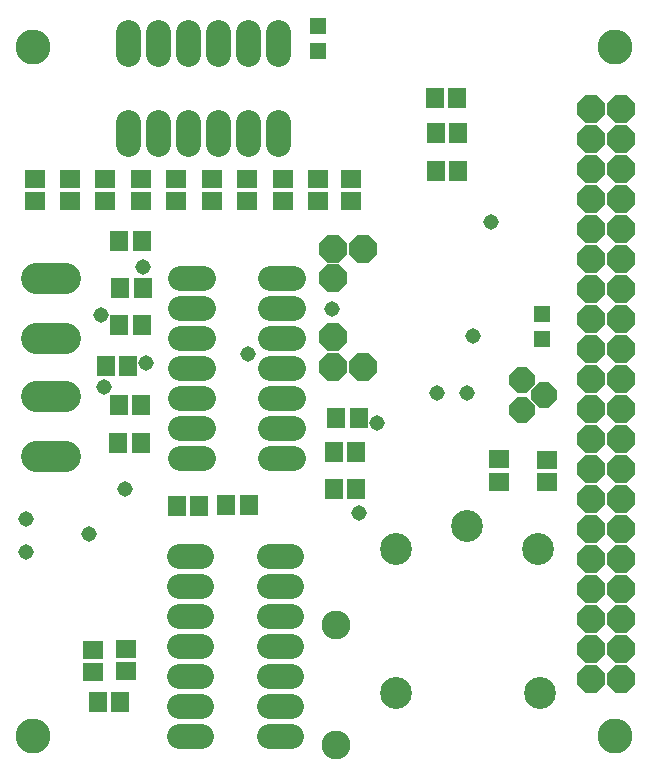
<source format=gbr>
G04 EAGLE Gerber RS-274X export*
G75*
%MOMM*%
%FSLAX34Y34*%
%LPD*%
%INSoldermask Top*%
%IPPOS*%
%AMOC8*
5,1,8,0,0,1.08239X$1,22.5*%
G01*
%ADD10C,2.953200*%
%ADD11R,1.703200X1.503200*%
%ADD12C,2.438400*%
%ADD13C,2.133600*%
%ADD14P,2.529329X8X292.500000*%
%ADD15P,2.529329X8X22.500000*%
%ADD16P,2.529329X8X112.500000*%
%ADD17P,2.529329X8X202.500000*%
%ADD18C,2.703200*%
%ADD19P,2.309387X8X292.500000*%
%ADD20R,1.503200X1.703200*%
%ADD21C,2.641600*%
%ADD22R,1.403200X1.403200*%
%ADD23C,1.315200*%


D10*
X526250Y816250D03*
X33750Y816250D03*
X33750Y232500D03*
X526250Y232500D03*
D11*
X275080Y704740D03*
X275080Y685740D03*
X245080Y704740D03*
X245080Y685740D03*
X185080Y704740D03*
X185080Y685740D03*
X125080Y704740D03*
X125080Y685740D03*
X65080Y704740D03*
X65080Y685740D03*
D12*
X290000Y225200D03*
X290000Y326800D03*
D13*
X253552Y468100D02*
X234248Y468100D01*
X234248Y493500D02*
X253552Y493500D01*
X253552Y620500D02*
X234248Y620500D01*
X177352Y620500D02*
X158048Y620500D01*
X234248Y518900D02*
X253552Y518900D01*
X253552Y544300D02*
X234248Y544300D01*
X234248Y595100D02*
X253552Y595100D01*
X253552Y569700D02*
X234248Y569700D01*
X177352Y595100D02*
X158048Y595100D01*
X158048Y569700D02*
X177352Y569700D01*
X177352Y544300D02*
X158048Y544300D01*
X158048Y518900D02*
X177352Y518900D01*
X177352Y493500D02*
X158048Y493500D01*
X158048Y468100D02*
X177352Y468100D01*
X233248Y232500D02*
X252552Y232500D01*
X252552Y257900D02*
X233248Y257900D01*
X233248Y384900D02*
X252552Y384900D01*
X176352Y384900D02*
X157048Y384900D01*
X233248Y283300D02*
X252552Y283300D01*
X252552Y308700D02*
X233248Y308700D01*
X233248Y359500D02*
X252552Y359500D01*
X252552Y334100D02*
X233248Y334100D01*
X176352Y359500D02*
X157048Y359500D01*
X157048Y334100D02*
X176352Y334100D01*
X176352Y308700D02*
X157048Y308700D01*
X157048Y283300D02*
X176352Y283300D01*
X176352Y257900D02*
X157048Y257900D01*
X157048Y232500D02*
X176352Y232500D01*
D14*
X531900Y763800D03*
X531900Y738400D03*
X531900Y713000D03*
X531900Y687600D03*
X531900Y662200D03*
X531900Y636800D03*
X531900Y611400D03*
X531900Y586000D03*
X531900Y560600D03*
X531900Y535200D03*
X531900Y509800D03*
X531900Y484400D03*
X531900Y459000D03*
X531900Y433600D03*
X531900Y408200D03*
X531900Y382800D03*
X531900Y357400D03*
X531900Y332000D03*
X531900Y306600D03*
X506500Y763800D03*
X506500Y738400D03*
X506500Y713000D03*
X506500Y687600D03*
X506500Y662200D03*
X506500Y636800D03*
X506500Y611400D03*
X506500Y586000D03*
X506500Y560600D03*
X506500Y535200D03*
X506500Y509800D03*
X506500Y484400D03*
X506500Y459000D03*
X506500Y433600D03*
X506500Y408200D03*
X506500Y382800D03*
X506500Y357400D03*
X506500Y332000D03*
X506500Y306600D03*
X531900Y281200D03*
X506500Y281200D03*
D15*
X313100Y544890D03*
D16*
X287540Y570290D03*
D17*
X313100Y644980D03*
D18*
X401000Y410900D03*
X341000Y390900D03*
X461000Y390900D03*
X463000Y268900D03*
X341000Y268900D03*
D19*
X447472Y534516D03*
X466522Y521816D03*
X447472Y509116D03*
D11*
X468724Y447658D03*
X468724Y466658D03*
X303080Y704660D03*
X303080Y685660D03*
X215080Y704740D03*
X215080Y685740D03*
X155080Y704740D03*
X155080Y685740D03*
X95080Y704740D03*
X95080Y685740D03*
X35080Y704740D03*
X35080Y685740D03*
D20*
X106500Y512760D03*
X125500Y512760D03*
X125880Y651560D03*
X106880Y651560D03*
X105880Y480700D03*
X124880Y480700D03*
X216440Y428720D03*
X197440Y428720D03*
X288320Y442200D03*
X307320Y442200D03*
X288580Y473440D03*
X307580Y473440D03*
X95480Y546360D03*
X114480Y546360D03*
X309440Y502180D03*
X290440Y502180D03*
D13*
X113800Y733768D02*
X113800Y753072D01*
X139200Y753072D02*
X139200Y733768D01*
X240800Y809968D02*
X240800Y829272D01*
X215400Y829272D02*
X215400Y809968D01*
X164600Y753072D02*
X164600Y733768D01*
X190000Y733768D02*
X190000Y753072D01*
X240800Y753072D02*
X240800Y733768D01*
X215400Y733768D02*
X215400Y753072D01*
X190000Y809968D02*
X190000Y829272D01*
X164600Y829272D02*
X164600Y809968D01*
X139200Y809968D02*
X139200Y829272D01*
X113800Y829272D02*
X113800Y809968D01*
D21*
X60452Y470116D02*
X36068Y470116D01*
X36068Y520408D02*
X60452Y520408D01*
X60452Y570192D02*
X36068Y570192D01*
X36068Y620484D02*
X60452Y620484D01*
D15*
X287540Y544890D03*
D16*
X288020Y645540D03*
D15*
X287540Y620580D03*
D20*
X88700Y261640D03*
X107700Y261640D03*
D11*
X112260Y306820D03*
X112260Y287820D03*
X84360Y286820D03*
X84360Y305820D03*
D20*
X106960Y580760D03*
X125960Y580760D03*
X126720Y611940D03*
X107720Y611940D03*
X393600Y711100D03*
X374600Y711100D03*
X393600Y743100D03*
X374600Y743100D03*
D22*
X465020Y590060D03*
X465020Y569060D03*
D11*
X427920Y448120D03*
X427920Y467120D03*
D22*
X275220Y812600D03*
X275220Y833600D03*
D20*
X374120Y773260D03*
X393120Y773260D03*
X155460Y427960D03*
X174460Y427960D03*
D23*
X401320Y523240D03*
X421640Y668020D03*
X111760Y441960D03*
X129540Y548640D03*
X309880Y421640D03*
X375920Y523240D03*
X406400Y571500D03*
X215900Y556260D03*
X325120Y497840D03*
X287020Y594360D03*
X91440Y589280D03*
X27940Y388620D03*
X93980Y528320D03*
X27940Y416560D03*
X81280Y403860D03*
X127000Y629920D03*
M02*

</source>
